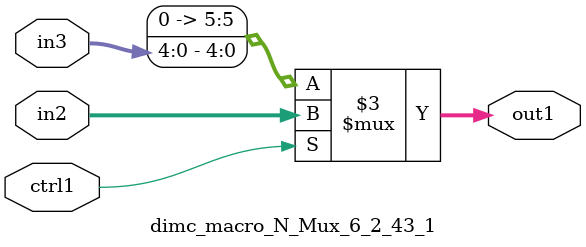
<source format=v>

`timescale 1ps / 1ps


module dimc_macro_N_Mux_6_2_43_1( in3, in2, ctrl1, out1 );

    input [4:0] in3;
    input [5:0] in2;
    input ctrl1;
    output [5:0] out1;
    reg [5:0] out1;

    
    // rtl_process:dimc_macro_N_Mux_6_2_43_1/dimc_macro_N_Mux_6_2_43_1_thread_1
    always @*
      begin : dimc_macro_N_Mux_6_2_43_1_thread_1
        case (ctrl1) 
          1'b1: 
            begin
              out1 = in2;
            end
          default: 
            begin
              out1 = {1'b0, in3};
            end
        endcase
      end

endmodule


</source>
